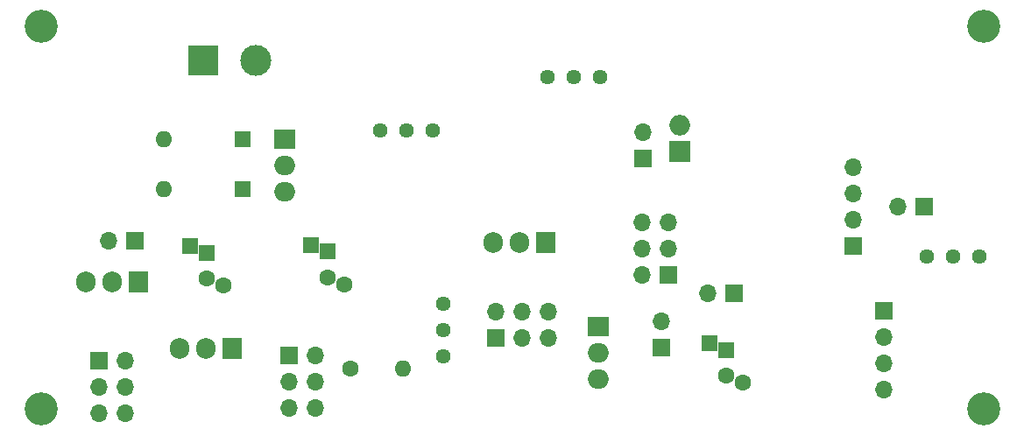
<source format=gbs>
%TF.GenerationSoftware,KiCad,Pcbnew,7.0.5-7.0.5~ubuntu23.04.1*%
%TF.CreationDate,2023-07-09T18:59:55+02:00*%
%TF.ProjectId,omega-pico,6f6d6567-612d-4706-9963-6f2e6b696361,rev?*%
%TF.SameCoordinates,Original*%
%TF.FileFunction,Soldermask,Bot*%
%TF.FilePolarity,Negative*%
%FSLAX46Y46*%
G04 Gerber Fmt 4.6, Leading zero omitted, Abs format (unit mm)*
G04 Created by KiCad (PCBNEW 7.0.5-7.0.5~ubuntu23.04.1) date 2023-07-09 18:59:55*
%MOMM*%
%LPD*%
G01*
G04 APERTURE LIST*
%ADD10C,3.200000*%
%ADD11C,1.440000*%
%ADD12R,1.700000X1.700000*%
%ADD13O,1.700000X1.700000*%
%ADD14R,2.000000X2.000000*%
%ADD15O,2.000000X2.000000*%
%ADD16R,2.000000X1.905000*%
%ADD17O,2.000000X1.905000*%
%ADD18R,3.000000X3.000000*%
%ADD19C,3.000000*%
%ADD20C,1.600000*%
%ADD21O,1.600000X1.600000*%
%ADD22R,1.600000X1.600000*%
%ADD23R,1.905000X2.000000*%
%ADD24O,1.905000X2.000000*%
G04 APERTURE END LIST*
D10*
X162687000Y-103742000D03*
X71581000Y-103742000D03*
X162687000Y-66742000D03*
X71581000Y-66742000D03*
D11*
X125603000Y-71628000D03*
X123063000Y-71628000D03*
X120523000Y-71628000D03*
D12*
X77216000Y-99060000D03*
D13*
X79756000Y-99060000D03*
X77216000Y-101600000D03*
X79756000Y-101600000D03*
X77216000Y-104140000D03*
X79756000Y-104140000D03*
D14*
X133350000Y-78867000D03*
D15*
X133350000Y-76327000D03*
D11*
X162254000Y-89027000D03*
X159714000Y-89027000D03*
X157174000Y-89027000D03*
D12*
X131572000Y-97790000D03*
D13*
X131572000Y-95250000D03*
D16*
X95174000Y-77648000D03*
D17*
X95174000Y-80188000D03*
X95174000Y-82728000D03*
D18*
X87300000Y-70028000D03*
D19*
X92380000Y-70028000D03*
D20*
X101473000Y-99822000D03*
D21*
X106553000Y-99822000D03*
D12*
X156972000Y-84201000D03*
D13*
X154432000Y-84201000D03*
D22*
X91110000Y-82474000D03*
D21*
X83490000Y-82474000D03*
D12*
X80645000Y-87503000D03*
D13*
X78105000Y-87503000D03*
D12*
X153035000Y-94234000D03*
D13*
X153035000Y-96774000D03*
X153035000Y-99314000D03*
X153035000Y-101854000D03*
D23*
X81026000Y-91440000D03*
D24*
X78486000Y-91440000D03*
X75946000Y-91440000D03*
D16*
X125476000Y-95758000D03*
D17*
X125476000Y-98298000D03*
X125476000Y-100838000D03*
D12*
X150114000Y-88011000D03*
D13*
X150114000Y-85471000D03*
X150114000Y-82931000D03*
X150114000Y-80391000D03*
D12*
X129794000Y-79502000D03*
D13*
X129794000Y-76962000D03*
D23*
X90043000Y-97917000D03*
D24*
X87503000Y-97917000D03*
X84963000Y-97917000D03*
D12*
X132207000Y-90805000D03*
D13*
X129667000Y-90805000D03*
X132207000Y-88265000D03*
X129667000Y-88265000D03*
X132207000Y-85725000D03*
X129667000Y-85725000D03*
D22*
X91110000Y-77648000D03*
D21*
X83490000Y-77648000D03*
D12*
X95524063Y-98571312D03*
D13*
X98064063Y-98571312D03*
X95524063Y-101111312D03*
X98064063Y-101111312D03*
X95524063Y-103651312D03*
X98064063Y-103651312D03*
D23*
X120396000Y-87630000D03*
D24*
X117856000Y-87630000D03*
X115316000Y-87630000D03*
D11*
X110490000Y-98679000D03*
X110490000Y-96139000D03*
X110490000Y-93599000D03*
D12*
X115570000Y-96901000D03*
D13*
X115570000Y-94361000D03*
X118110000Y-96901000D03*
X118110000Y-94361000D03*
X120650000Y-96901000D03*
X120650000Y-94361000D03*
D11*
X109474000Y-76835000D03*
X106934000Y-76835000D03*
X104394000Y-76835000D03*
D12*
X138557000Y-92583000D03*
D13*
X136017000Y-92583000D03*
D22*
X97714000Y-87848063D03*
X99314000Y-88519000D03*
D20*
X99314000Y-91019000D03*
X100914000Y-91689937D03*
D22*
X136195000Y-97373063D03*
X137795000Y-98044000D03*
D20*
X137795000Y-100544000D03*
X139395000Y-101214937D03*
D22*
X86030000Y-87975063D03*
X87630000Y-88646000D03*
D20*
X87630000Y-91146000D03*
X89230000Y-91816937D03*
M02*

</source>
